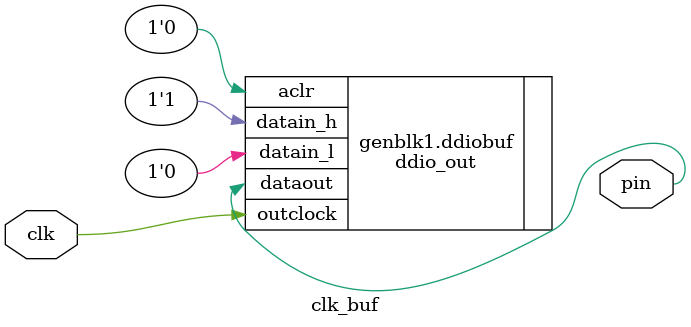
<source format=sv>

module clk_buf
  #(
    parameter bit invert = 1'b0,
    parameter bit noddio = 1'b0
    )
   (
    input  clk,
    output pin
    );

   generate
      if ( noddio )
	begin
	   assign pin = clk ^ invert;
	end
      else
	begin
	   ddio_out ddiobuf (
			     .aclr     ( 1'b0 ),
			     .datain_h ( ~invert ),
			     .datain_l (  invert ),
			     .outclock ( clk ),
			     .dataout  ( pin )
			     );
	end // else: !if( noddio )
   endgenerate

endmodule // clk_buf

</source>
